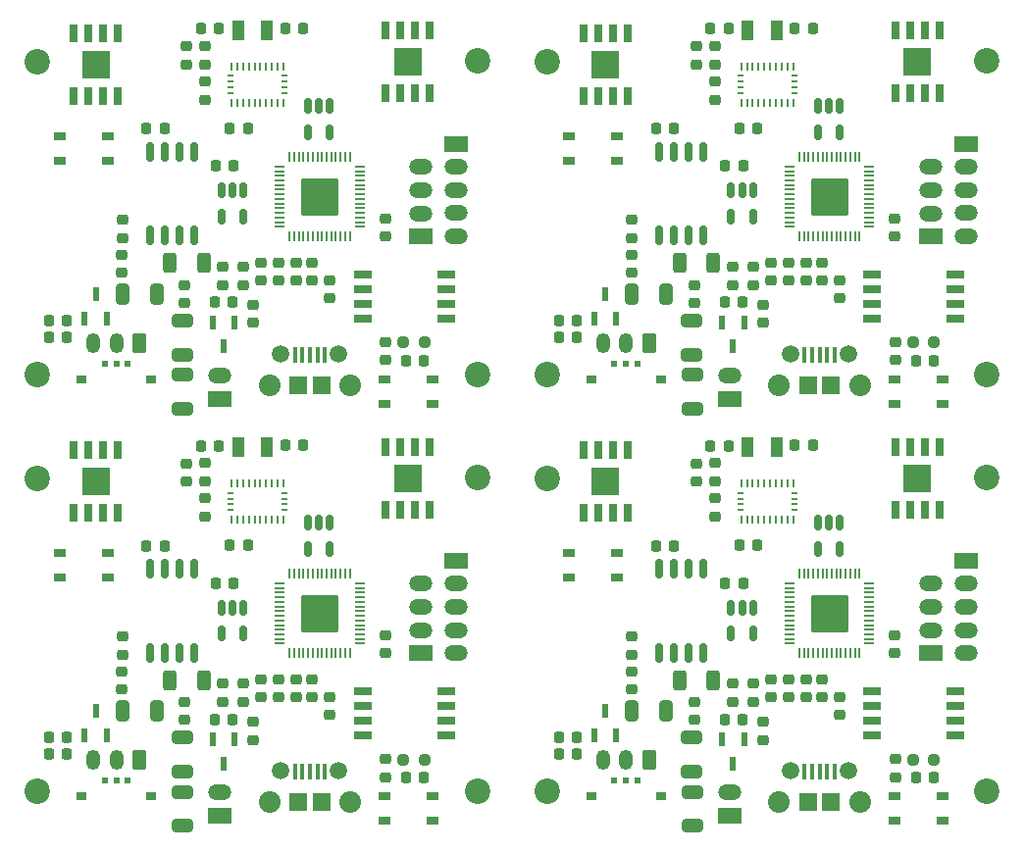
<source format=gbr>
%TF.GenerationSoftware,KiCad,Pcbnew,(6.0.4)*%
%TF.CreationDate,2022-09-20T04:44:20+09:00*%
%TF.ProjectId,mainboard_p,6d61696e-626f-4617-9264-5f702e6b6963,rev?*%
%TF.SameCoordinates,Original*%
%TF.FileFunction,Soldermask,Top*%
%TF.FilePolarity,Negative*%
%FSLAX46Y46*%
G04 Gerber Fmt 4.6, Leading zero omitted, Abs format (unit mm)*
G04 Created by KiCad (PCBNEW (6.0.4)) date 2022-09-20 04:44:20*
%MOMM*%
%LPD*%
G01*
G04 APERTURE LIST*
G04 Aperture macros list*
%AMRoundRect*
0 Rectangle with rounded corners*
0 $1 Rounding radius*
0 $2 $3 $4 $5 $6 $7 $8 $9 X,Y pos of 4 corners*
0 Add a 4 corners polygon primitive as box body*
4,1,4,$2,$3,$4,$5,$6,$7,$8,$9,$2,$3,0*
0 Add four circle primitives for the rounded corners*
1,1,$1+$1,$2,$3*
1,1,$1+$1,$4,$5*
1,1,$1+$1,$6,$7*
1,1,$1+$1,$8,$9*
0 Add four rect primitives between the rounded corners*
20,1,$1+$1,$2,$3,$4,$5,0*
20,1,$1+$1,$4,$5,$6,$7,0*
20,1,$1+$1,$6,$7,$8,$9,0*
20,1,$1+$1,$8,$9,$2,$3,0*%
G04 Aperture macros list end*
%ADD10RoundRect,0.225000X-0.250000X0.225000X-0.250000X-0.225000X0.250000X-0.225000X0.250000X0.225000X0*%
%ADD11RoundRect,0.225000X-0.225000X-0.250000X0.225000X-0.250000X0.225000X0.250000X-0.225000X0.250000X0*%
%ADD12RoundRect,0.225000X0.250000X-0.225000X0.250000X0.225000X-0.250000X0.225000X-0.250000X-0.225000X0*%
%ADD13C,2.200000*%
%ADD14RoundRect,0.150000X-0.150000X0.512500X-0.150000X-0.512500X0.150000X-0.512500X0.150000X0.512500X0*%
%ADD15RoundRect,0.225000X0.225000X0.250000X-0.225000X0.250000X-0.225000X-0.250000X0.225000X-0.250000X0*%
%ADD16RoundRect,0.250000X0.650000X-0.325000X0.650000X0.325000X-0.650000X0.325000X-0.650000X-0.325000X0*%
%ADD17RoundRect,0.237500X-0.250000X-0.237500X0.250000X-0.237500X0.250000X0.237500X-0.250000X0.237500X0*%
%ADD18O,1.200000X1.750000*%
%ADD19RoundRect,0.250000X0.350000X0.625000X-0.350000X0.625000X-0.350000X-0.625000X0.350000X-0.625000X0*%
%ADD20RoundRect,0.250000X0.325000X0.650000X-0.325000X0.650000X-0.325000X-0.650000X0.325000X-0.650000X0*%
%ADD21R,2.000000X1.350000*%
%ADD22O,2.000000X1.350000*%
%ADD23R,0.600000X1.300000*%
%ADD24R,2.390000X2.390000*%
%ADD25R,0.650000X1.525000*%
%ADD26R,0.900000X0.700000*%
%ADD27R,0.600000X0.510000*%
%ADD28R,1.000000X1.800000*%
%ADD29R,1.050000X0.650000*%
%ADD30R,1.650000X0.650000*%
%ADD31RoundRect,0.250000X-0.312500X-0.625000X0.312500X-0.625000X0.312500X0.625000X-0.312500X0.625000X0*%
%ADD32RoundRect,0.150000X-0.150000X0.712500X-0.150000X-0.712500X0.150000X-0.712500X0.150000X0.712500X0*%
%ADD33R,0.250000X0.675000*%
%ADD34R,0.575000X0.250000*%
%ADD35RoundRect,0.144000X1.456000X1.456000X-1.456000X1.456000X-1.456000X-1.456000X1.456000X-1.456000X0*%
%ADD36RoundRect,0.050000X0.050000X0.387500X-0.050000X0.387500X-0.050000X-0.387500X0.050000X-0.387500X0*%
%ADD37RoundRect,0.050000X0.387500X0.050000X-0.387500X0.050000X-0.387500X-0.050000X0.387500X-0.050000X0*%
%ADD38R,1.500000X1.550000*%
%ADD39C,1.875000*%
%ADD40C,1.515000*%
%ADD41R,0.400000X1.350000*%
G04 APERTURE END LIST*
D10*
%TO.C,R74*%
X208375400Y-125908600D03*
X208375400Y-124358600D03*
%TD*%
D11*
%TO.C,C118*%
X216846600Y-119748800D03*
X215296600Y-119748800D03*
%TD*%
D12*
%TO.C,D8*%
X223945600Y-136169600D03*
X223945600Y-137719600D03*
%TD*%
D13*
%TO.C,REF\u002A\u002A16*%
X231900400Y-122542800D03*
%TD*%
D10*
%TO.C,R83*%
X211677400Y-141910600D03*
X211677400Y-140360600D03*
%TD*%
D14*
%TO.C,Y7*%
X219170400Y-128727400D03*
X217270400Y-128727400D03*
X217270400Y-126452400D03*
X218220400Y-126452400D03*
X219170400Y-126452400D03*
%TD*%
D15*
%TO.C,R72*%
X209251400Y-143421600D03*
X210801400Y-143421600D03*
%TD*%
D16*
%TO.C,C115*%
X206419600Y-145020000D03*
X206419600Y-147970000D03*
%TD*%
D10*
%TO.C,C104*%
X223996400Y-148413000D03*
X223996400Y-146863000D03*
%TD*%
%TO.C,C97*%
X213201400Y-141516600D03*
X213201400Y-139966600D03*
%TD*%
D15*
%TO.C,C100*%
X209289800Y-131661400D03*
X210839800Y-131661400D03*
%TD*%
%TO.C,R76*%
X203333200Y-128435600D03*
X204883200Y-128435600D03*
%TD*%
D17*
%TO.C,R66*%
X227320000Y-146901400D03*
X225495000Y-146901400D03*
%TD*%
D18*
%TO.C,J28*%
X198736600Y-146926800D03*
X200736600Y-146926800D03*
D19*
X202736600Y-146926800D03*
%TD*%
D10*
%TO.C,C91*%
X219170400Y-143053600D03*
X219170400Y-141503600D03*
%TD*%
D14*
%TO.C,U11*%
X211713000Y-136050100D03*
X209813000Y-136050100D03*
X209813000Y-133775100D03*
X210763000Y-133775100D03*
X211713000Y-133775100D03*
%TD*%
D20*
%TO.C,C111*%
X201261600Y-142735800D03*
X204211600Y-142735800D03*
%TD*%
D21*
%TO.C,J35*%
X230092400Y-129718800D03*
D22*
X230092400Y-131718800D03*
X230092400Y-133718800D03*
X230092400Y-135718800D03*
X230092400Y-137718800D03*
%TD*%
D23*
%TO.C,Q11*%
X209975600Y-147240200D03*
X209025600Y-145140200D03*
X210925600Y-145140200D03*
%TD*%
D12*
%TO.C,R68*%
X217626100Y-139992600D03*
X217626100Y-141542600D03*
%TD*%
%TO.C,C120*%
X208375400Y-121310600D03*
X208375400Y-122860600D03*
%TD*%
D15*
%TO.C,R65*%
X225761400Y-148450800D03*
X227311400Y-148450800D03*
%TD*%
D23*
%TO.C,Q10*%
X198954600Y-142694600D03*
X199904600Y-144794600D03*
X198004600Y-144794600D03*
%TD*%
D24*
%TO.C,IC16*%
X198952000Y-122873000D03*
D25*
X197047000Y-120161000D03*
X198317000Y-120161000D03*
X199587000Y-120161000D03*
X200857000Y-120161000D03*
X200857000Y-125585000D03*
X199587000Y-125585000D03*
X198317000Y-125585000D03*
X197047000Y-125585000D03*
%TD*%
D26*
%TO.C,SW4*%
X203730000Y-150104200D03*
X197730000Y-150104200D03*
D27*
X200730000Y-148749200D03*
X201730000Y-148749200D03*
X199730000Y-148749200D03*
%TD*%
D12*
%TO.C,C102*%
X206800600Y-121336000D03*
X206800600Y-122886000D03*
%TD*%
D11*
%TO.C,C117*%
X212096800Y-128410200D03*
X210546800Y-128410200D03*
%TD*%
D13*
%TO.C,5*%
X231900400Y-149617600D03*
%TD*%
D10*
%TO.C,R78*%
X201238000Y-137846600D03*
X201238000Y-136296600D03*
%TD*%
D28*
%TO.C,Y8*%
X211235710Y-119913808D03*
X213735710Y-119913808D03*
%TD*%
D12*
%TO.C,R69*%
X216249400Y-139992600D03*
X216249400Y-141542600D03*
%TD*%
D10*
%TO.C,R84*%
X212566400Y-145199600D03*
X212566400Y-143649600D03*
%TD*%
D29*
%TO.C,S8*%
X199975400Y-131192600D03*
X195825400Y-131192600D03*
X199975400Y-129042600D03*
X195825400Y-129042600D03*
%TD*%
D30*
%TO.C,IC13*%
X221996600Y-144818600D03*
X221996600Y-143548600D03*
X221996600Y-142278600D03*
X221996600Y-141008600D03*
X229196600Y-141008600D03*
X229196600Y-142278600D03*
X229196600Y-143548600D03*
X229196600Y-144818600D03*
%TD*%
D24*
%TO.C,IC15*%
X225900400Y-122619000D03*
D25*
X223995400Y-119907000D03*
X225265400Y-119907000D03*
X226535400Y-119907000D03*
X227805400Y-119907000D03*
X227805400Y-125331000D03*
X226535400Y-125331000D03*
X225265400Y-125331000D03*
X223995400Y-125331000D03*
%TD*%
D16*
%TO.C,C114*%
X206445000Y-149693600D03*
X206445000Y-152643600D03*
%TD*%
D31*
%TO.C,R73*%
X208263100Y-140043400D03*
X205338100Y-140043400D03*
%TD*%
D10*
%TO.C,R77*%
X201212600Y-140843800D03*
X201212600Y-139293800D03*
%TD*%
D13*
%TO.C,REF\u002A\u002A13*%
X193900400Y-149617600D03*
%TD*%
D29*
%TO.C,S7*%
X228052600Y-152218200D03*
X223902600Y-152218200D03*
X228052600Y-150068200D03*
X223902600Y-150068200D03*
%TD*%
D32*
%TO.C,U12*%
X207435600Y-137661500D03*
X206165600Y-137661500D03*
X204895600Y-137661500D03*
X203625600Y-137661500D03*
X203625600Y-130436500D03*
X204895600Y-130436500D03*
X206165600Y-130436500D03*
X207435600Y-130436500D03*
%TD*%
D10*
%TO.C,C106*%
X206648200Y-143485400D03*
X206648200Y-141935400D03*
%TD*%
D33*
%TO.C,AC4*%
X211172000Y-123057000D03*
X211672000Y-123057000D03*
X212172000Y-123057000D03*
X212672000Y-123057000D03*
X213172000Y-123057000D03*
X213672000Y-123057000D03*
X214172000Y-123057000D03*
X214672000Y-123057000D03*
X215172000Y-123057000D03*
D34*
X215235000Y-123870000D03*
X215235000Y-124370000D03*
X215235000Y-124870000D03*
X215235000Y-125370000D03*
D33*
X215172000Y-126183000D03*
X214672000Y-126183000D03*
X214172000Y-126183000D03*
X213672000Y-126183000D03*
X213172000Y-126183000D03*
X212672000Y-126183000D03*
X212172000Y-126183000D03*
X211672000Y-126183000D03*
X211172000Y-126183000D03*
X210672000Y-126183000D03*
D34*
X210609000Y-125370000D03*
X210609000Y-124870000D03*
X210609000Y-124370000D03*
X210609000Y-123870000D03*
D33*
X210672000Y-123057000D03*
%TD*%
D10*
%TO.C,C94*%
X214725400Y-141529600D03*
X214725400Y-139979600D03*
%TD*%
D22*
%TO.C,J30*%
X209696200Y-149752800D03*
D21*
X209696200Y-151752800D03*
%TD*%
D35*
%TO.C,U4*%
X218288000Y-134294500D03*
D36*
X220888000Y-137732000D03*
X220488000Y-137732000D03*
X220088000Y-137732000D03*
X219688000Y-137732000D03*
X219288000Y-137732000D03*
X218888000Y-137732000D03*
X218488000Y-137732000D03*
X218088000Y-137732000D03*
X217688000Y-137732000D03*
X217288000Y-137732000D03*
X216888000Y-137732000D03*
X216488000Y-137732000D03*
X216088000Y-137732000D03*
X215688000Y-137732000D03*
D37*
X214850500Y-136894500D03*
X214850500Y-136494500D03*
X214850500Y-136094500D03*
X214850500Y-135694500D03*
X214850500Y-135294500D03*
X214850500Y-134894500D03*
X214850500Y-134494500D03*
X214850500Y-134094500D03*
X214850500Y-133694500D03*
X214850500Y-133294500D03*
X214850500Y-132894500D03*
X214850500Y-132494500D03*
X214850500Y-132094500D03*
X214850500Y-131694500D03*
D36*
X215688000Y-130857000D03*
X216088000Y-130857000D03*
X216488000Y-130857000D03*
X216888000Y-130857000D03*
X217288000Y-130857000D03*
X217688000Y-130857000D03*
X218088000Y-130857000D03*
X218488000Y-130857000D03*
X218888000Y-130857000D03*
X219288000Y-130857000D03*
X219688000Y-130857000D03*
X220088000Y-130857000D03*
X220488000Y-130857000D03*
X220888000Y-130857000D03*
D37*
X221725500Y-131694500D03*
X221725500Y-132094500D03*
X221725500Y-132494500D03*
X221725500Y-132894500D03*
X221725500Y-133294500D03*
X221725500Y-133694500D03*
X221725500Y-134094500D03*
X221725500Y-134494500D03*
X221725500Y-134894500D03*
X221725500Y-135294500D03*
X221725500Y-135694500D03*
X221725500Y-136094500D03*
X221725500Y-136494500D03*
X221725500Y-136894500D03*
%TD*%
D11*
%TO.C,R64*%
X196475800Y-146418800D03*
X194925800Y-146418800D03*
%TD*%
%TO.C,R67*%
X196488200Y-144971000D03*
X194938200Y-144971000D03*
%TD*%
D22*
%TO.C,J34*%
X227044400Y-131732000D03*
X227044400Y-133732000D03*
X227044400Y-135732000D03*
D21*
X227044400Y-137732000D03*
%TD*%
D15*
%TO.C,C119*%
X208032200Y-119799600D03*
X209582200Y-119799600D03*
%TD*%
D10*
%TO.C,R71*%
X209899400Y-141910600D03*
X209899400Y-140360600D03*
%TD*%
D13*
%TO.C,REF\u002A\u002A15*%
X193900400Y-122617600D03*
%TD*%
D38*
%TO.C,J29*%
X218438100Y-150598350D03*
X216438100Y-150598350D03*
D39*
X220938100Y-150598350D03*
X213938100Y-150598350D03*
D40*
X219938100Y-147898350D03*
X214938100Y-147898350D03*
D41*
X218738100Y-147923350D03*
X218088100Y-147923350D03*
X217438100Y-147923350D03*
X216788100Y-147923350D03*
X216138100Y-147923350D03*
%TD*%
D13*
%TO.C,REF\u002A\u002A14*%
X231900400Y-149617600D03*
%TD*%
D10*
%TO.C,R53*%
X164375400Y-125908600D03*
X164375400Y-124358600D03*
%TD*%
D11*
%TO.C,C88*%
X172846600Y-119748800D03*
X171296600Y-119748800D03*
%TD*%
D12*
%TO.C,D6*%
X179945600Y-136169600D03*
X179945600Y-137719600D03*
%TD*%
D13*
%TO.C,REF\u002A\u002A10*%
X187900400Y-122542800D03*
%TD*%
D10*
%TO.C,R62*%
X167677400Y-141910600D03*
X167677400Y-140360600D03*
%TD*%
D14*
%TO.C,Y5*%
X175170400Y-128727400D03*
X173270400Y-128727400D03*
X173270400Y-126452400D03*
X174220400Y-126452400D03*
X175170400Y-126452400D03*
%TD*%
D15*
%TO.C,R51*%
X165251400Y-143421600D03*
X166801400Y-143421600D03*
%TD*%
D16*
%TO.C,C85*%
X162419600Y-145020000D03*
X162419600Y-147970000D03*
%TD*%
D10*
%TO.C,C74*%
X179996400Y-148413000D03*
X179996400Y-146863000D03*
%TD*%
%TO.C,C67*%
X169201400Y-141516600D03*
X169201400Y-139966600D03*
%TD*%
D15*
%TO.C,C70*%
X165289800Y-131661400D03*
X166839800Y-131661400D03*
%TD*%
%TO.C,R55*%
X159333200Y-128435600D03*
X160883200Y-128435600D03*
%TD*%
D17*
%TO.C,R45*%
X183320000Y-146901400D03*
X181495000Y-146901400D03*
%TD*%
D18*
%TO.C,J19*%
X154736600Y-146926800D03*
X156736600Y-146926800D03*
D19*
X158736600Y-146926800D03*
%TD*%
D10*
%TO.C,C61*%
X175170400Y-143053600D03*
X175170400Y-141503600D03*
%TD*%
D14*
%TO.C,U9*%
X167713000Y-136050100D03*
X165813000Y-136050100D03*
X165813000Y-133775100D03*
X166763000Y-133775100D03*
X167713000Y-133775100D03*
%TD*%
D20*
%TO.C,C81*%
X157261600Y-142735800D03*
X160211600Y-142735800D03*
%TD*%
D21*
%TO.C,J26*%
X186092400Y-129718800D03*
D22*
X186092400Y-131718800D03*
X186092400Y-133718800D03*
X186092400Y-135718800D03*
X186092400Y-137718800D03*
%TD*%
D23*
%TO.C,Q6*%
X165975600Y-147240200D03*
X165025600Y-145140200D03*
X166925600Y-145140200D03*
%TD*%
D12*
%TO.C,R47*%
X173626100Y-139992600D03*
X173626100Y-141542600D03*
%TD*%
%TO.C,C90*%
X164375400Y-121310600D03*
X164375400Y-122860600D03*
%TD*%
D15*
%TO.C,R44*%
X181761400Y-148450800D03*
X183311400Y-148450800D03*
%TD*%
D23*
%TO.C,Q5*%
X154954600Y-142694600D03*
X155904600Y-144794600D03*
X154004600Y-144794600D03*
%TD*%
D24*
%TO.C,IC12*%
X154952000Y-122873000D03*
D25*
X153047000Y-120161000D03*
X154317000Y-120161000D03*
X155587000Y-120161000D03*
X156857000Y-120161000D03*
X156857000Y-125585000D03*
X155587000Y-125585000D03*
X154317000Y-125585000D03*
X153047000Y-125585000D03*
%TD*%
D26*
%TO.C,SW3*%
X159730000Y-150104200D03*
X153730000Y-150104200D03*
D27*
X156730000Y-148749200D03*
X157730000Y-148749200D03*
X155730000Y-148749200D03*
%TD*%
D12*
%TO.C,C72*%
X162800600Y-121336000D03*
X162800600Y-122886000D03*
%TD*%
D11*
%TO.C,C87*%
X168096800Y-128410200D03*
X166546800Y-128410200D03*
%TD*%
D13*
%TO.C,3*%
X187900400Y-149617600D03*
%TD*%
D10*
%TO.C,R57*%
X157238000Y-137846600D03*
X157238000Y-136296600D03*
%TD*%
D28*
%TO.C,Y6*%
X167235710Y-119913808D03*
X169735710Y-119913808D03*
%TD*%
D12*
%TO.C,R48*%
X172249400Y-139992600D03*
X172249400Y-141542600D03*
%TD*%
D10*
%TO.C,R63*%
X168566400Y-145199600D03*
X168566400Y-143649600D03*
%TD*%
D29*
%TO.C,S6*%
X155975400Y-131192600D03*
X151825400Y-131192600D03*
X155975400Y-129042600D03*
X151825400Y-129042600D03*
%TD*%
D30*
%TO.C,IC5*%
X177996600Y-144818600D03*
X177996600Y-143548600D03*
X177996600Y-142278600D03*
X177996600Y-141008600D03*
X185196600Y-141008600D03*
X185196600Y-142278600D03*
X185196600Y-143548600D03*
X185196600Y-144818600D03*
%TD*%
D24*
%TO.C,IC11*%
X181900400Y-122619000D03*
D25*
X179995400Y-119907000D03*
X181265400Y-119907000D03*
X182535400Y-119907000D03*
X183805400Y-119907000D03*
X183805400Y-125331000D03*
X182535400Y-125331000D03*
X181265400Y-125331000D03*
X179995400Y-125331000D03*
%TD*%
D16*
%TO.C,C84*%
X162445000Y-149693600D03*
X162445000Y-152643600D03*
%TD*%
D31*
%TO.C,R52*%
X164263100Y-140043400D03*
X161338100Y-140043400D03*
%TD*%
D10*
%TO.C,R56*%
X157212600Y-140843800D03*
X157212600Y-139293800D03*
%TD*%
D13*
%TO.C,REF\u002A\u002A7*%
X149900400Y-149617600D03*
%TD*%
D29*
%TO.C,S5*%
X184052600Y-152218200D03*
X179902600Y-152218200D03*
X184052600Y-150068200D03*
X179902600Y-150068200D03*
%TD*%
D32*
%TO.C,U10*%
X163435600Y-137661500D03*
X162165600Y-137661500D03*
X160895600Y-137661500D03*
X159625600Y-137661500D03*
X159625600Y-130436500D03*
X160895600Y-130436500D03*
X162165600Y-130436500D03*
X163435600Y-130436500D03*
%TD*%
D10*
%TO.C,C76*%
X162648200Y-143485400D03*
X162648200Y-141935400D03*
%TD*%
D33*
%TO.C,AC3*%
X167172000Y-123057000D03*
X167672000Y-123057000D03*
X168172000Y-123057000D03*
X168672000Y-123057000D03*
X169172000Y-123057000D03*
X169672000Y-123057000D03*
X170172000Y-123057000D03*
X170672000Y-123057000D03*
X171172000Y-123057000D03*
D34*
X171235000Y-123870000D03*
X171235000Y-124370000D03*
X171235000Y-124870000D03*
X171235000Y-125370000D03*
D33*
X171172000Y-126183000D03*
X170672000Y-126183000D03*
X170172000Y-126183000D03*
X169672000Y-126183000D03*
X169172000Y-126183000D03*
X168672000Y-126183000D03*
X168172000Y-126183000D03*
X167672000Y-126183000D03*
X167172000Y-126183000D03*
X166672000Y-126183000D03*
D34*
X166609000Y-125370000D03*
X166609000Y-124870000D03*
X166609000Y-124370000D03*
X166609000Y-123870000D03*
D33*
X166672000Y-123057000D03*
%TD*%
D10*
%TO.C,C64*%
X170725400Y-141529600D03*
X170725400Y-139979600D03*
%TD*%
D22*
%TO.C,J21*%
X165696200Y-149752800D03*
D21*
X165696200Y-151752800D03*
%TD*%
D35*
%TO.C,U3*%
X174288000Y-134294500D03*
D36*
X176888000Y-137732000D03*
X176488000Y-137732000D03*
X176088000Y-137732000D03*
X175688000Y-137732000D03*
X175288000Y-137732000D03*
X174888000Y-137732000D03*
X174488000Y-137732000D03*
X174088000Y-137732000D03*
X173688000Y-137732000D03*
X173288000Y-137732000D03*
X172888000Y-137732000D03*
X172488000Y-137732000D03*
X172088000Y-137732000D03*
X171688000Y-137732000D03*
D37*
X170850500Y-136894500D03*
X170850500Y-136494500D03*
X170850500Y-136094500D03*
X170850500Y-135694500D03*
X170850500Y-135294500D03*
X170850500Y-134894500D03*
X170850500Y-134494500D03*
X170850500Y-134094500D03*
X170850500Y-133694500D03*
X170850500Y-133294500D03*
X170850500Y-132894500D03*
X170850500Y-132494500D03*
X170850500Y-132094500D03*
X170850500Y-131694500D03*
D36*
X171688000Y-130857000D03*
X172088000Y-130857000D03*
X172488000Y-130857000D03*
X172888000Y-130857000D03*
X173288000Y-130857000D03*
X173688000Y-130857000D03*
X174088000Y-130857000D03*
X174488000Y-130857000D03*
X174888000Y-130857000D03*
X175288000Y-130857000D03*
X175688000Y-130857000D03*
X176088000Y-130857000D03*
X176488000Y-130857000D03*
X176888000Y-130857000D03*
D37*
X177725500Y-131694500D03*
X177725500Y-132094500D03*
X177725500Y-132494500D03*
X177725500Y-132894500D03*
X177725500Y-133294500D03*
X177725500Y-133694500D03*
X177725500Y-134094500D03*
X177725500Y-134494500D03*
X177725500Y-134894500D03*
X177725500Y-135294500D03*
X177725500Y-135694500D03*
X177725500Y-136094500D03*
X177725500Y-136494500D03*
X177725500Y-136894500D03*
%TD*%
D11*
%TO.C,R43*%
X152475800Y-146418800D03*
X150925800Y-146418800D03*
%TD*%
%TO.C,R46*%
X152488200Y-144971000D03*
X150938200Y-144971000D03*
%TD*%
D22*
%TO.C,J25*%
X183044400Y-131732000D03*
X183044400Y-133732000D03*
X183044400Y-135732000D03*
D21*
X183044400Y-137732000D03*
%TD*%
D15*
%TO.C,C89*%
X164032200Y-119799600D03*
X165582200Y-119799600D03*
%TD*%
D10*
%TO.C,R50*%
X165899400Y-141910600D03*
X165899400Y-140360600D03*
%TD*%
D13*
%TO.C,REF\u002A\u002A9*%
X149900400Y-122617600D03*
%TD*%
D38*
%TO.C,J20*%
X174438100Y-150598350D03*
X172438100Y-150598350D03*
D39*
X176938100Y-150598350D03*
X169938100Y-150598350D03*
D40*
X175938100Y-147898350D03*
X170938100Y-147898350D03*
D41*
X174738100Y-147923350D03*
X174088100Y-147923350D03*
X173438100Y-147923350D03*
X172788100Y-147923350D03*
X172138100Y-147923350D03*
%TD*%
D13*
%TO.C,REF\u002A\u002A8*%
X187900400Y-149617600D03*
%TD*%
D10*
%TO.C,R32*%
X208375400Y-89908600D03*
X208375400Y-88358600D03*
%TD*%
D11*
%TO.C,C58*%
X216846600Y-83748800D03*
X215296600Y-83748800D03*
%TD*%
D12*
%TO.C,D4*%
X223945600Y-100169600D03*
X223945600Y-101719600D03*
%TD*%
D13*
%TO.C,REF\u002A\u002A4*%
X231900400Y-86542800D03*
%TD*%
D10*
%TO.C,R41*%
X211677400Y-105910600D03*
X211677400Y-104360600D03*
%TD*%
D14*
%TO.C,Y3*%
X219170400Y-92727400D03*
X217270400Y-92727400D03*
X217270400Y-90452400D03*
X218220400Y-90452400D03*
X219170400Y-90452400D03*
%TD*%
D15*
%TO.C,R30*%
X209251400Y-107421600D03*
X210801400Y-107421600D03*
%TD*%
D16*
%TO.C,C55*%
X206419600Y-109020000D03*
X206419600Y-111970000D03*
%TD*%
D10*
%TO.C,C44*%
X223996400Y-112413000D03*
X223996400Y-110863000D03*
%TD*%
%TO.C,C32*%
X213201400Y-105516600D03*
X213201400Y-103966600D03*
%TD*%
D15*
%TO.C,C40*%
X209289800Y-95661400D03*
X210839800Y-95661400D03*
%TD*%
%TO.C,R34*%
X203333200Y-92435600D03*
X204883200Y-92435600D03*
%TD*%
D17*
%TO.C,R24*%
X227320000Y-110901400D03*
X225495000Y-110901400D03*
%TD*%
D18*
%TO.C,J8*%
X198736600Y-110926800D03*
X200736600Y-110926800D03*
D19*
X202736600Y-110926800D03*
%TD*%
D10*
%TO.C,C24*%
X219170400Y-107053600D03*
X219170400Y-105503600D03*
%TD*%
D14*
%TO.C,U7*%
X211713000Y-100050100D03*
X209813000Y-100050100D03*
X209813000Y-97775100D03*
X210763000Y-97775100D03*
X211713000Y-97775100D03*
%TD*%
D20*
%TO.C,C51*%
X201261600Y-106735800D03*
X204211600Y-106735800D03*
%TD*%
D21*
%TO.C,J17*%
X230092400Y-93718800D03*
D22*
X230092400Y-95718800D03*
X230092400Y-97718800D03*
X230092400Y-99718800D03*
X230092400Y-101718800D03*
%TD*%
D23*
%TO.C,Q4*%
X209975600Y-111240200D03*
X209025600Y-109140200D03*
X210925600Y-109140200D03*
%TD*%
D12*
%TO.C,R26*%
X217626100Y-103992600D03*
X217626100Y-105542600D03*
%TD*%
%TO.C,C60*%
X208375400Y-85310600D03*
X208375400Y-86860600D03*
%TD*%
D15*
%TO.C,R17*%
X225761400Y-112450800D03*
X227311400Y-112450800D03*
%TD*%
D23*
%TO.C,Q3*%
X198954600Y-106694600D03*
X199904600Y-108794600D03*
X198004600Y-108794600D03*
%TD*%
D24*
%TO.C,IC10*%
X198952000Y-86873000D03*
D25*
X197047000Y-84161000D03*
X198317000Y-84161000D03*
X199587000Y-84161000D03*
X200857000Y-84161000D03*
X200857000Y-89585000D03*
X199587000Y-89585000D03*
X198317000Y-89585000D03*
X197047000Y-89585000D03*
%TD*%
D26*
%TO.C,SW2*%
X203730000Y-114104200D03*
X197730000Y-114104200D03*
D27*
X200730000Y-112749200D03*
X201730000Y-112749200D03*
X199730000Y-112749200D03*
%TD*%
D12*
%TO.C,C42*%
X206800600Y-85336000D03*
X206800600Y-86886000D03*
%TD*%
D11*
%TO.C,C57*%
X212096800Y-92410200D03*
X210546800Y-92410200D03*
%TD*%
D13*
%TO.C,1*%
X231900400Y-113617600D03*
%TD*%
D10*
%TO.C,R36*%
X201238000Y-101846600D03*
X201238000Y-100296600D03*
%TD*%
D28*
%TO.C,Y4*%
X211235710Y-83913808D03*
X213735710Y-83913808D03*
%TD*%
D12*
%TO.C,R27*%
X216249400Y-103992600D03*
X216249400Y-105542600D03*
%TD*%
D10*
%TO.C,R42*%
X212566400Y-109199600D03*
X212566400Y-107649600D03*
%TD*%
D29*
%TO.C,S4*%
X199975400Y-95192600D03*
X195825400Y-95192600D03*
X199975400Y-93042600D03*
X195825400Y-93042600D03*
%TD*%
D30*
%TO.C,IC3*%
X221996600Y-108818600D03*
X221996600Y-107548600D03*
X221996600Y-106278600D03*
X221996600Y-105008600D03*
X229196600Y-105008600D03*
X229196600Y-106278600D03*
X229196600Y-107548600D03*
X229196600Y-108818600D03*
%TD*%
D24*
%TO.C,IC9*%
X225900400Y-86619000D03*
D25*
X223995400Y-83907000D03*
X225265400Y-83907000D03*
X226535400Y-83907000D03*
X227805400Y-83907000D03*
X227805400Y-89331000D03*
X226535400Y-89331000D03*
X225265400Y-89331000D03*
X223995400Y-89331000D03*
%TD*%
D16*
%TO.C,C54*%
X206445000Y-113693600D03*
X206445000Y-116643600D03*
%TD*%
D31*
%TO.C,R31*%
X208263100Y-104043400D03*
X205338100Y-104043400D03*
%TD*%
D10*
%TO.C,R35*%
X201212600Y-104843800D03*
X201212600Y-103293800D03*
%TD*%
D13*
%TO.C,REF\u002A\u002A1*%
X193900400Y-113617600D03*
%TD*%
D29*
%TO.C,S3*%
X228052600Y-116218200D03*
X223902600Y-116218200D03*
X228052600Y-114068200D03*
X223902600Y-114068200D03*
%TD*%
D32*
%TO.C,U8*%
X207435600Y-101661500D03*
X206165600Y-101661500D03*
X204895600Y-101661500D03*
X203625600Y-101661500D03*
X203625600Y-94436500D03*
X204895600Y-94436500D03*
X206165600Y-94436500D03*
X207435600Y-94436500D03*
%TD*%
D10*
%TO.C,C46*%
X206648200Y-107485400D03*
X206648200Y-105935400D03*
%TD*%
D33*
%TO.C,AC2*%
X211172000Y-87057000D03*
X211672000Y-87057000D03*
X212172000Y-87057000D03*
X212672000Y-87057000D03*
X213172000Y-87057000D03*
X213672000Y-87057000D03*
X214172000Y-87057000D03*
X214672000Y-87057000D03*
X215172000Y-87057000D03*
D34*
X215235000Y-87870000D03*
X215235000Y-88370000D03*
X215235000Y-88870000D03*
X215235000Y-89370000D03*
D33*
X215172000Y-90183000D03*
X214672000Y-90183000D03*
X214172000Y-90183000D03*
X213672000Y-90183000D03*
X213172000Y-90183000D03*
X212672000Y-90183000D03*
X212172000Y-90183000D03*
X211672000Y-90183000D03*
X211172000Y-90183000D03*
X210672000Y-90183000D03*
D34*
X210609000Y-89370000D03*
X210609000Y-88870000D03*
X210609000Y-88370000D03*
X210609000Y-87870000D03*
D33*
X210672000Y-87057000D03*
%TD*%
D10*
%TO.C,C28*%
X214725400Y-105529600D03*
X214725400Y-103979600D03*
%TD*%
D22*
%TO.C,J12*%
X209696200Y-113752800D03*
D21*
X209696200Y-115752800D03*
%TD*%
D35*
%TO.C,U2*%
X218288000Y-98294500D03*
D36*
X220888000Y-101732000D03*
X220488000Y-101732000D03*
X220088000Y-101732000D03*
X219688000Y-101732000D03*
X219288000Y-101732000D03*
X218888000Y-101732000D03*
X218488000Y-101732000D03*
X218088000Y-101732000D03*
X217688000Y-101732000D03*
X217288000Y-101732000D03*
X216888000Y-101732000D03*
X216488000Y-101732000D03*
X216088000Y-101732000D03*
X215688000Y-101732000D03*
D37*
X214850500Y-100894500D03*
X214850500Y-100494500D03*
X214850500Y-100094500D03*
X214850500Y-99694500D03*
X214850500Y-99294500D03*
X214850500Y-98894500D03*
X214850500Y-98494500D03*
X214850500Y-98094500D03*
X214850500Y-97694500D03*
X214850500Y-97294500D03*
X214850500Y-96894500D03*
X214850500Y-96494500D03*
X214850500Y-96094500D03*
X214850500Y-95694500D03*
D36*
X215688000Y-94857000D03*
X216088000Y-94857000D03*
X216488000Y-94857000D03*
X216888000Y-94857000D03*
X217288000Y-94857000D03*
X217688000Y-94857000D03*
X218088000Y-94857000D03*
X218488000Y-94857000D03*
X218888000Y-94857000D03*
X219288000Y-94857000D03*
X219688000Y-94857000D03*
X220088000Y-94857000D03*
X220488000Y-94857000D03*
X220888000Y-94857000D03*
D37*
X221725500Y-95694500D03*
X221725500Y-96094500D03*
X221725500Y-96494500D03*
X221725500Y-96894500D03*
X221725500Y-97294500D03*
X221725500Y-97694500D03*
X221725500Y-98094500D03*
X221725500Y-98494500D03*
X221725500Y-98894500D03*
X221725500Y-99294500D03*
X221725500Y-99694500D03*
X221725500Y-100094500D03*
X221725500Y-100494500D03*
X221725500Y-100894500D03*
%TD*%
D11*
%TO.C,R16*%
X196475800Y-110418800D03*
X194925800Y-110418800D03*
%TD*%
%TO.C,R25*%
X196488200Y-108971000D03*
X194938200Y-108971000D03*
%TD*%
D22*
%TO.C,J16*%
X227044400Y-95732000D03*
X227044400Y-97732000D03*
X227044400Y-99732000D03*
D21*
X227044400Y-101732000D03*
%TD*%
D15*
%TO.C,C59*%
X208032200Y-83799600D03*
X209582200Y-83799600D03*
%TD*%
D10*
%TO.C,R29*%
X209899400Y-105910600D03*
X209899400Y-104360600D03*
%TD*%
D13*
%TO.C,REF\u002A\u002A3*%
X193900400Y-86617600D03*
%TD*%
D38*
%TO.C,J9*%
X218438100Y-114598350D03*
X216438100Y-114598350D03*
D39*
X220938100Y-114598350D03*
X213938100Y-114598350D03*
D40*
X219938100Y-111898350D03*
X214938100Y-111898350D03*
D41*
X218738100Y-111923350D03*
X218088100Y-111923350D03*
X217438100Y-111923350D03*
X216788100Y-111923350D03*
X216138100Y-111923350D03*
%TD*%
D13*
%TO.C,REF\u002A\u002A2*%
X231900400Y-113617600D03*
%TD*%
%TO.C,REF\u002A\u002A*%
X187900400Y-113617600D03*
%TD*%
%TO.C,REF\u002A\u002A*%
X187900400Y-86542800D03*
%TD*%
D24*
%TO.C,IC7*%
X181900400Y-86619000D03*
D25*
X179995400Y-83907000D03*
X181265400Y-83907000D03*
X182535400Y-83907000D03*
X183805400Y-83907000D03*
X183805400Y-89331000D03*
X182535400Y-89331000D03*
X181265400Y-89331000D03*
X179995400Y-89331000D03*
%TD*%
D30*
%TO.C,IC1*%
X177996600Y-108818600D03*
X177996600Y-107548600D03*
X177996600Y-106278600D03*
X177996600Y-105008600D03*
X185196600Y-105008600D03*
X185196600Y-106278600D03*
X185196600Y-107548600D03*
X185196600Y-108818600D03*
%TD*%
D29*
%TO.C,S2*%
X155975400Y-95192600D03*
X151825400Y-95192600D03*
X155975400Y-93042600D03*
X151825400Y-93042600D03*
%TD*%
D10*
%TO.C,R23*%
X168566400Y-109199600D03*
X168566400Y-107649600D03*
%TD*%
D12*
%TO.C,R6*%
X172249400Y-103992600D03*
X172249400Y-105542600D03*
%TD*%
D11*
%TO.C,R4*%
X152488200Y-108971000D03*
X150938200Y-108971000D03*
%TD*%
D13*
%TO.C,REF\u002A\u002A*%
X149900400Y-113617600D03*
%TD*%
D10*
%TO.C,C16*%
X162648200Y-107485400D03*
X162648200Y-105935400D03*
%TD*%
D22*
%TO.C,J3*%
X165696200Y-113752800D03*
D21*
X165696200Y-115752800D03*
%TD*%
D38*
%TO.C,J2*%
X174438100Y-114598350D03*
X172438100Y-114598350D03*
D39*
X176938100Y-114598350D03*
X169938100Y-114598350D03*
D40*
X175938100Y-111898350D03*
X170938100Y-111898350D03*
D41*
X174738100Y-111923350D03*
X174088100Y-111923350D03*
X173438100Y-111923350D03*
X172788100Y-111923350D03*
X172138100Y-111923350D03*
%TD*%
D31*
%TO.C,R10*%
X164263100Y-104043400D03*
X161338100Y-104043400D03*
%TD*%
D11*
%TO.C,R1*%
X152475800Y-110418800D03*
X150925800Y-110418800D03*
%TD*%
D32*
%TO.C,U6*%
X163435600Y-101661500D03*
X162165600Y-101661500D03*
X160895600Y-101661500D03*
X159625600Y-101661500D03*
X159625600Y-94436500D03*
X160895600Y-94436500D03*
X162165600Y-94436500D03*
X163435600Y-94436500D03*
%TD*%
D13*
%TO.C,REF\u002A\u002A*%
X149900400Y-86617600D03*
%TD*%
D10*
%TO.C,R8*%
X165899400Y-105910600D03*
X165899400Y-104360600D03*
%TD*%
D35*
%TO.C,U1*%
X174288000Y-98294500D03*
D36*
X176888000Y-101732000D03*
X176488000Y-101732000D03*
X176088000Y-101732000D03*
X175688000Y-101732000D03*
X175288000Y-101732000D03*
X174888000Y-101732000D03*
X174488000Y-101732000D03*
X174088000Y-101732000D03*
X173688000Y-101732000D03*
X173288000Y-101732000D03*
X172888000Y-101732000D03*
X172488000Y-101732000D03*
X172088000Y-101732000D03*
X171688000Y-101732000D03*
D37*
X170850500Y-100894500D03*
X170850500Y-100494500D03*
X170850500Y-100094500D03*
X170850500Y-99694500D03*
X170850500Y-99294500D03*
X170850500Y-98894500D03*
X170850500Y-98494500D03*
X170850500Y-98094500D03*
X170850500Y-97694500D03*
X170850500Y-97294500D03*
X170850500Y-96894500D03*
X170850500Y-96494500D03*
X170850500Y-96094500D03*
X170850500Y-95694500D03*
D36*
X171688000Y-94857000D03*
X172088000Y-94857000D03*
X172488000Y-94857000D03*
X172888000Y-94857000D03*
X173288000Y-94857000D03*
X173688000Y-94857000D03*
X174088000Y-94857000D03*
X174488000Y-94857000D03*
X174888000Y-94857000D03*
X175288000Y-94857000D03*
X175688000Y-94857000D03*
X176088000Y-94857000D03*
X176488000Y-94857000D03*
X176888000Y-94857000D03*
D37*
X177725500Y-95694500D03*
X177725500Y-96094500D03*
X177725500Y-96494500D03*
X177725500Y-96894500D03*
X177725500Y-97294500D03*
X177725500Y-97694500D03*
X177725500Y-98094500D03*
X177725500Y-98494500D03*
X177725500Y-98894500D03*
X177725500Y-99294500D03*
X177725500Y-99694500D03*
X177725500Y-100094500D03*
X177725500Y-100494500D03*
X177725500Y-100894500D03*
%TD*%
D33*
%TO.C,AC1*%
X167172000Y-87057000D03*
X167672000Y-87057000D03*
X168172000Y-87057000D03*
X168672000Y-87057000D03*
X169172000Y-87057000D03*
X169672000Y-87057000D03*
X170172000Y-87057000D03*
X170672000Y-87057000D03*
X171172000Y-87057000D03*
D34*
X171235000Y-87870000D03*
X171235000Y-88370000D03*
X171235000Y-88870000D03*
X171235000Y-89370000D03*
D33*
X171172000Y-90183000D03*
X170672000Y-90183000D03*
X170172000Y-90183000D03*
X169672000Y-90183000D03*
X169172000Y-90183000D03*
X168672000Y-90183000D03*
X168172000Y-90183000D03*
X167672000Y-90183000D03*
X167172000Y-90183000D03*
X166672000Y-90183000D03*
D34*
X166609000Y-89370000D03*
X166609000Y-88870000D03*
X166609000Y-88370000D03*
X166609000Y-87870000D03*
D33*
X166672000Y-87057000D03*
%TD*%
D10*
%TO.C,C4*%
X170725400Y-105529600D03*
X170725400Y-103979600D03*
%TD*%
D15*
%TO.C,C36*%
X164032200Y-83799600D03*
X165582200Y-83799600D03*
%TD*%
D29*
%TO.C,S1*%
X184052600Y-116218200D03*
X179902600Y-116218200D03*
X184052600Y-114068200D03*
X179902600Y-114068200D03*
%TD*%
D10*
%TO.C,R14*%
X157212600Y-104843800D03*
X157212600Y-103293800D03*
%TD*%
D22*
%TO.C,J7*%
X183044400Y-95732000D03*
X183044400Y-97732000D03*
X183044400Y-99732000D03*
D21*
X183044400Y-101732000D03*
%TD*%
D16*
%TO.C,C26*%
X162445000Y-113693600D03*
X162445000Y-116643600D03*
%TD*%
D20*
%TO.C,C21*%
X157261600Y-106735800D03*
X160211600Y-106735800D03*
%TD*%
D14*
%TO.C,U5*%
X167713000Y-100050100D03*
X165813000Y-100050100D03*
X165813000Y-97775100D03*
X166763000Y-97775100D03*
X167713000Y-97775100D03*
%TD*%
D10*
%TO.C,R15*%
X157238000Y-101846600D03*
X157238000Y-100296600D03*
%TD*%
D12*
%TO.C,C12*%
X162800600Y-85336000D03*
X162800600Y-86886000D03*
%TD*%
D24*
%TO.C,IC8*%
X154952000Y-86873000D03*
D25*
X153047000Y-84161000D03*
X154317000Y-84161000D03*
X155587000Y-84161000D03*
X156857000Y-84161000D03*
X156857000Y-89585000D03*
X155587000Y-89585000D03*
X154317000Y-89585000D03*
X153047000Y-89585000D03*
%TD*%
D21*
%TO.C,J10*%
X186092400Y-93718800D03*
D22*
X186092400Y-95718800D03*
X186092400Y-97718800D03*
X186092400Y-99718800D03*
X186092400Y-101718800D03*
%TD*%
D23*
%TO.C,Q1*%
X154954600Y-106694600D03*
X155904600Y-108794600D03*
X154004600Y-108794600D03*
%TD*%
D26*
%TO.C,SW1*%
X159730000Y-114104200D03*
X153730000Y-114104200D03*
D27*
X156730000Y-112749200D03*
X157730000Y-112749200D03*
X155730000Y-112749200D03*
%TD*%
D11*
%TO.C,C34*%
X168096800Y-92410200D03*
X166546800Y-92410200D03*
%TD*%
D15*
%TO.C,R2*%
X181761400Y-112450800D03*
X183311400Y-112450800D03*
%TD*%
D12*
%TO.C,C37*%
X164375400Y-85310600D03*
X164375400Y-86860600D03*
%TD*%
%TO.C,R5*%
X173626100Y-103992600D03*
X173626100Y-105542600D03*
%TD*%
D23*
%TO.C,Q2*%
X165975600Y-111240200D03*
X165025600Y-109140200D03*
X166925600Y-109140200D03*
%TD*%
D10*
%TO.C,C1*%
X175170400Y-107053600D03*
X175170400Y-105503600D03*
%TD*%
D28*
%TO.C,Y2*%
X167235710Y-83913808D03*
X169735710Y-83913808D03*
%TD*%
D13*
%TO.C,*%
X187900400Y-113617600D03*
%TD*%
D10*
%TO.C,R11*%
X164375400Y-89908600D03*
X164375400Y-88358600D03*
%TD*%
D14*
%TO.C,Y1*%
X175170400Y-92727400D03*
X173270400Y-92727400D03*
X173270400Y-90452400D03*
X174220400Y-90452400D03*
X175170400Y-90452400D03*
%TD*%
D10*
%TO.C,C14*%
X179996400Y-112413000D03*
X179996400Y-110863000D03*
%TD*%
%TO.C,R22*%
X167677400Y-105910600D03*
X167677400Y-104360600D03*
%TD*%
%TO.C,C7*%
X169201400Y-105516600D03*
X169201400Y-103966600D03*
%TD*%
D12*
%TO.C,D3*%
X179945600Y-100169600D03*
X179945600Y-101719600D03*
%TD*%
D15*
%TO.C,C10*%
X165289800Y-95661400D03*
X166839800Y-95661400D03*
%TD*%
D17*
%TO.C,R3*%
X183320000Y-110901400D03*
X181495000Y-110901400D03*
%TD*%
D15*
%TO.C,R9*%
X165251400Y-107421600D03*
X166801400Y-107421600D03*
%TD*%
%TO.C,R13*%
X159333200Y-92435600D03*
X160883200Y-92435600D03*
%TD*%
D16*
%TO.C,C30*%
X162419600Y-109020000D03*
X162419600Y-111970000D03*
%TD*%
D11*
%TO.C,C35*%
X172846600Y-83748800D03*
X171296600Y-83748800D03*
%TD*%
D18*
%TO.C,J1*%
X154736600Y-110926800D03*
X156736600Y-110926800D03*
D19*
X158736600Y-110926800D03*
%TD*%
M02*

</source>
